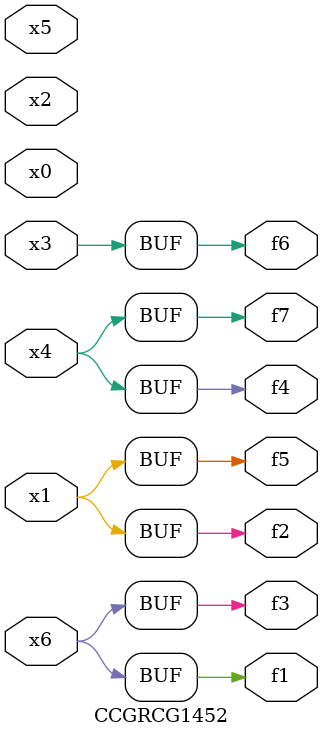
<source format=v>
module CCGRCG1452(
	input x0, x1, x2, x3, x4, x5, x6,
	output f1, f2, f3, f4, f5, f6, f7
);
	assign f1 = x6;
	assign f2 = x1;
	assign f3 = x6;
	assign f4 = x4;
	assign f5 = x1;
	assign f6 = x3;
	assign f7 = x4;
endmodule

</source>
